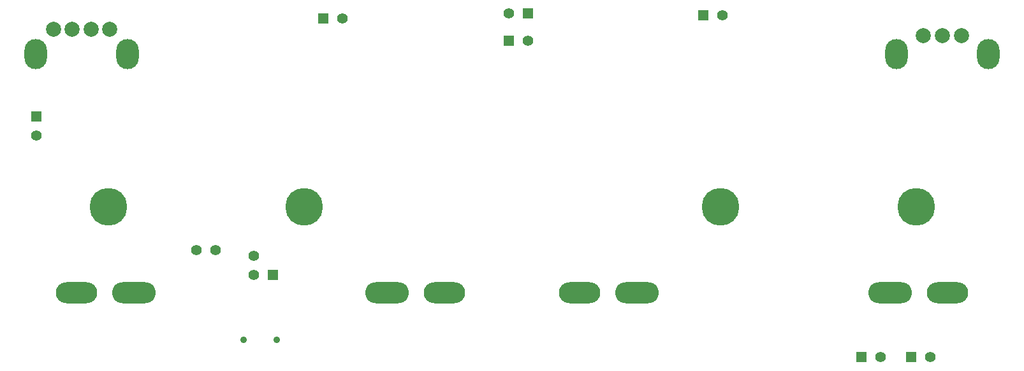
<source format=gbs>
G04 (created by PCBNEW (2013-07-07 BZR 4022)-stable) date 4/19/2015 11:38:55 PM*
%MOIN*%
G04 Gerber Fmt 3.4, Leading zero omitted, Abs format*
%FSLAX34Y34*%
G01*
G70*
G90*
G04 APERTURE LIST*
%ADD10C,0.00590551*%
%ADD11R,0.055X0.055*%
%ADD12C,0.055*%
%ADD13O,0.228346X0.110236*%
%ADD14O,0.216535X0.110236*%
%ADD15C,0.19685*%
%ADD16C,0.0354*%
%ADD17C,0.0787402*%
%ADD18O,0.11811X0.15748*%
G04 APERTURE END LIST*
G54D10*
G54D11*
X66250Y-85050D03*
G54D12*
X65250Y-85050D03*
X65250Y-84050D03*
G54D13*
X98503Y-85984D03*
G54D14*
X101503Y-85984D03*
G54D15*
X57650Y-81500D03*
X67886Y-81500D03*
X89650Y-81500D03*
X99886Y-81500D03*
G54D12*
X63250Y-83750D03*
X62250Y-83750D03*
G54D16*
X64724Y-88444D03*
X66456Y-88444D03*
G54D17*
X100265Y-72537D03*
X101250Y-72517D03*
X102234Y-72517D03*
G54D18*
X103651Y-73501D03*
X98848Y-73501D03*
G54D17*
X54773Y-72202D03*
X55757Y-72202D03*
X56742Y-72202D03*
X57726Y-72202D03*
G54D18*
X58651Y-73501D03*
X53848Y-73501D03*
G54D11*
X78574Y-72783D03*
G54D12*
X79574Y-72783D03*
G54D11*
X79574Y-71371D03*
G54D12*
X78574Y-71371D03*
G54D11*
X88748Y-71470D03*
G54D12*
X89748Y-71470D03*
G54D11*
X68896Y-71627D03*
G54D12*
X69896Y-71627D03*
G54D11*
X53897Y-76771D03*
G54D12*
X53897Y-77771D03*
G54D13*
X58996Y-85984D03*
G54D14*
X55996Y-85984D03*
G54D13*
X85295Y-85984D03*
G54D14*
X82295Y-85984D03*
G54D13*
X72204Y-85984D03*
G54D14*
X75204Y-85984D03*
G54D11*
X97000Y-89350D03*
G54D12*
X98000Y-89350D03*
G54D11*
X99600Y-89350D03*
G54D12*
X100600Y-89350D03*
M02*

</source>
